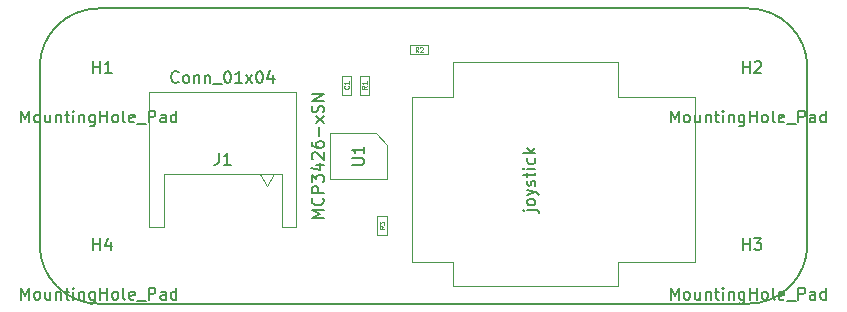
<source format=gbr>
%TF.GenerationSoftware,KiCad,Pcbnew,(5.1.6)-1*%
%TF.CreationDate,2021-04-13T16:40:33+02:00*%
%TF.ProjectId,11_Joystick,31315f4a-6f79-4737-9469-636b2e6b6963,rev?*%
%TF.SameCoordinates,Original*%
%TF.FileFunction,Other,Fab,Top*%
%FSLAX46Y46*%
G04 Gerber Fmt 4.6, Leading zero omitted, Abs format (unit mm)*
G04 Created by KiCad (PCBNEW (5.1.6)-1) date 2021-04-13 16:40:33*
%MOMM*%
%LPD*%
G01*
G04 APERTURE LIST*
%TA.AperFunction,Profile*%
%ADD10C,0.150000*%
%TD*%
%ADD11C,0.120000*%
%ADD12C,0.100000*%
%ADD13C,0.150000*%
%ADD14C,0.060000*%
G04 APERTURE END LIST*
D10*
X140000000Y-130000000D02*
X195000000Y-130000000D01*
X195000000Y-130000000D02*
G75*
G02*
X200000000Y-135000000I0J-5000000D01*
G01*
X200000000Y-150000000D02*
G75*
G02*
X195000000Y-155000000I-5000000J0D01*
G01*
X140000000Y-155000000D02*
G75*
G02*
X135000000Y-150000000I0J5000000D01*
G01*
X135000000Y-135000000D02*
G75*
G02*
X140000000Y-130000000I5000000J0D01*
G01*
X135000000Y-150000000D02*
X135000000Y-135000000D01*
X195000000Y-155000000D02*
X140000000Y-155000000D01*
X200000000Y-135000000D02*
X200000000Y-150000000D01*
D11*
%TO.C,U2*%
X170000000Y-151500000D02*
X166500000Y-151500000D01*
X170000000Y-153500000D02*
X170000000Y-151500000D01*
X184000000Y-153500000D02*
X170000000Y-153500000D01*
X184000000Y-151500000D02*
X184000000Y-153500000D01*
X190500000Y-151500000D02*
X184000000Y-151500000D01*
X190500000Y-137500000D02*
X190500000Y-151500000D01*
X184000000Y-137500000D02*
X190500000Y-137500000D01*
X184000000Y-134500000D02*
X184000000Y-137500000D01*
X170000000Y-134500000D02*
X184000000Y-134500000D01*
X170000000Y-137500000D02*
X170000000Y-134500000D01*
X166500000Y-137500000D02*
X170000000Y-137500000D01*
X166500000Y-151500000D02*
X166500000Y-137500000D01*
D12*
%TO.C,C1*%
X161400000Y-135700000D02*
X161400000Y-137300000D01*
X160600000Y-135700000D02*
X161400000Y-135700000D01*
X160600000Y-137300000D02*
X160600000Y-135700000D01*
X161400000Y-137300000D02*
X160600000Y-137300000D01*
%TO.C,J1*%
X154250000Y-145050000D02*
X153625000Y-144050000D01*
X154875000Y-144050000D02*
X154250000Y-145050000D01*
X145500000Y-144050000D02*
X150500000Y-144050000D01*
X145500000Y-148550000D02*
X145500000Y-144050000D01*
X144300000Y-148550000D02*
X145500000Y-148550000D01*
X144300000Y-137050000D02*
X144300000Y-148550000D01*
X150500000Y-137050000D02*
X144300000Y-137050000D01*
X155500000Y-144050000D02*
X150500000Y-144050000D01*
X155500000Y-148550000D02*
X155500000Y-144050000D01*
X156700000Y-148550000D02*
X155500000Y-148550000D01*
X156700000Y-137050000D02*
X156700000Y-148550000D01*
X150500000Y-137050000D02*
X156700000Y-137050000D01*
%TO.C,R1*%
X162100000Y-137300000D02*
X162100000Y-135700000D01*
X162900000Y-137300000D02*
X162100000Y-137300000D01*
X162900000Y-135700000D02*
X162900000Y-137300000D01*
X162100000Y-135700000D02*
X162900000Y-135700000D01*
%TO.C,R2*%
X167925000Y-133900000D02*
X166325000Y-133900000D01*
X167925000Y-133100000D02*
X167925000Y-133900000D01*
X166325000Y-133100000D02*
X167925000Y-133100000D01*
X166325000Y-133900000D02*
X166325000Y-133100000D01*
%TO.C,R3*%
X164400000Y-149175000D02*
X163600000Y-149175000D01*
X163600000Y-149175000D02*
X163600000Y-147575000D01*
X163600000Y-147575000D02*
X164400000Y-147575000D01*
X164400000Y-147575000D02*
X164400000Y-149175000D01*
%TO.C,U1*%
X163475000Y-140550000D02*
X164450000Y-141525000D01*
X159550000Y-140550000D02*
X163475000Y-140550000D01*
X159550000Y-144450000D02*
X159550000Y-140550000D01*
X164450000Y-144450000D02*
X159550000Y-144450000D01*
X164450000Y-141525000D02*
X164450000Y-144450000D01*
%TD*%
%TO.C,U2*%
D13*
X176285714Y-147095238D02*
X177142857Y-147095238D01*
X177238095Y-147142857D01*
X177285714Y-147238095D01*
X177285714Y-147285714D01*
X175952380Y-147095238D02*
X176000000Y-147142857D01*
X176047619Y-147095238D01*
X176000000Y-147047619D01*
X175952380Y-147095238D01*
X176047619Y-147095238D01*
X176952380Y-146476190D02*
X176904761Y-146571428D01*
X176857142Y-146619047D01*
X176761904Y-146666666D01*
X176476190Y-146666666D01*
X176380952Y-146619047D01*
X176333333Y-146571428D01*
X176285714Y-146476190D01*
X176285714Y-146333333D01*
X176333333Y-146238095D01*
X176380952Y-146190476D01*
X176476190Y-146142857D01*
X176761904Y-146142857D01*
X176857142Y-146190476D01*
X176904761Y-146238095D01*
X176952380Y-146333333D01*
X176952380Y-146476190D01*
X176285714Y-145809523D02*
X176952380Y-145571428D01*
X176285714Y-145333333D02*
X176952380Y-145571428D01*
X177190476Y-145666666D01*
X177238095Y-145714285D01*
X177285714Y-145809523D01*
X176904761Y-145000000D02*
X176952380Y-144904761D01*
X176952380Y-144714285D01*
X176904761Y-144619047D01*
X176809523Y-144571428D01*
X176761904Y-144571428D01*
X176666666Y-144619047D01*
X176619047Y-144714285D01*
X176619047Y-144857142D01*
X176571428Y-144952380D01*
X176476190Y-145000000D01*
X176428571Y-145000000D01*
X176333333Y-144952380D01*
X176285714Y-144857142D01*
X176285714Y-144714285D01*
X176333333Y-144619047D01*
X176285714Y-144285714D02*
X176285714Y-143904761D01*
X175952380Y-144142857D02*
X176809523Y-144142857D01*
X176904761Y-144095238D01*
X176952380Y-144000000D01*
X176952380Y-143904761D01*
X176952380Y-143571428D02*
X176285714Y-143571428D01*
X175952380Y-143571428D02*
X176000000Y-143619047D01*
X176047619Y-143571428D01*
X176000000Y-143523809D01*
X175952380Y-143571428D01*
X176047619Y-143571428D01*
X176904761Y-142666666D02*
X176952380Y-142761904D01*
X176952380Y-142952380D01*
X176904761Y-143047619D01*
X176857142Y-143095238D01*
X176761904Y-143142857D01*
X176476190Y-143142857D01*
X176380952Y-143095238D01*
X176333333Y-143047619D01*
X176285714Y-142952380D01*
X176285714Y-142761904D01*
X176333333Y-142666666D01*
X176952380Y-142238095D02*
X175952380Y-142238095D01*
X176571428Y-142142857D02*
X176952380Y-141857142D01*
X176285714Y-141857142D02*
X176666666Y-142238095D01*
%TO.C,H3*%
X188428571Y-154652380D02*
X188428571Y-153652380D01*
X188761904Y-154366666D01*
X189095238Y-153652380D01*
X189095238Y-154652380D01*
X189714285Y-154652380D02*
X189619047Y-154604761D01*
X189571428Y-154557142D01*
X189523809Y-154461904D01*
X189523809Y-154176190D01*
X189571428Y-154080952D01*
X189619047Y-154033333D01*
X189714285Y-153985714D01*
X189857142Y-153985714D01*
X189952380Y-154033333D01*
X190000000Y-154080952D01*
X190047619Y-154176190D01*
X190047619Y-154461904D01*
X190000000Y-154557142D01*
X189952380Y-154604761D01*
X189857142Y-154652380D01*
X189714285Y-154652380D01*
X190904761Y-153985714D02*
X190904761Y-154652380D01*
X190476190Y-153985714D02*
X190476190Y-154509523D01*
X190523809Y-154604761D01*
X190619047Y-154652380D01*
X190761904Y-154652380D01*
X190857142Y-154604761D01*
X190904761Y-154557142D01*
X191380952Y-153985714D02*
X191380952Y-154652380D01*
X191380952Y-154080952D02*
X191428571Y-154033333D01*
X191523809Y-153985714D01*
X191666666Y-153985714D01*
X191761904Y-154033333D01*
X191809523Y-154128571D01*
X191809523Y-154652380D01*
X192142857Y-153985714D02*
X192523809Y-153985714D01*
X192285714Y-153652380D02*
X192285714Y-154509523D01*
X192333333Y-154604761D01*
X192428571Y-154652380D01*
X192523809Y-154652380D01*
X192857142Y-154652380D02*
X192857142Y-153985714D01*
X192857142Y-153652380D02*
X192809523Y-153700000D01*
X192857142Y-153747619D01*
X192904761Y-153700000D01*
X192857142Y-153652380D01*
X192857142Y-153747619D01*
X193333333Y-153985714D02*
X193333333Y-154652380D01*
X193333333Y-154080952D02*
X193380952Y-154033333D01*
X193476190Y-153985714D01*
X193619047Y-153985714D01*
X193714285Y-154033333D01*
X193761904Y-154128571D01*
X193761904Y-154652380D01*
X194666666Y-153985714D02*
X194666666Y-154795238D01*
X194619047Y-154890476D01*
X194571428Y-154938095D01*
X194476190Y-154985714D01*
X194333333Y-154985714D01*
X194238095Y-154938095D01*
X194666666Y-154604761D02*
X194571428Y-154652380D01*
X194380952Y-154652380D01*
X194285714Y-154604761D01*
X194238095Y-154557142D01*
X194190476Y-154461904D01*
X194190476Y-154176190D01*
X194238095Y-154080952D01*
X194285714Y-154033333D01*
X194380952Y-153985714D01*
X194571428Y-153985714D01*
X194666666Y-154033333D01*
X195142857Y-154652380D02*
X195142857Y-153652380D01*
X195142857Y-154128571D02*
X195714285Y-154128571D01*
X195714285Y-154652380D02*
X195714285Y-153652380D01*
X196333333Y-154652380D02*
X196238095Y-154604761D01*
X196190476Y-154557142D01*
X196142857Y-154461904D01*
X196142857Y-154176190D01*
X196190476Y-154080952D01*
X196238095Y-154033333D01*
X196333333Y-153985714D01*
X196476190Y-153985714D01*
X196571428Y-154033333D01*
X196619047Y-154080952D01*
X196666666Y-154176190D01*
X196666666Y-154461904D01*
X196619047Y-154557142D01*
X196571428Y-154604761D01*
X196476190Y-154652380D01*
X196333333Y-154652380D01*
X197238095Y-154652380D02*
X197142857Y-154604761D01*
X197095238Y-154509523D01*
X197095238Y-153652380D01*
X198000000Y-154604761D02*
X197904761Y-154652380D01*
X197714285Y-154652380D01*
X197619047Y-154604761D01*
X197571428Y-154509523D01*
X197571428Y-154128571D01*
X197619047Y-154033333D01*
X197714285Y-153985714D01*
X197904761Y-153985714D01*
X198000000Y-154033333D01*
X198047619Y-154128571D01*
X198047619Y-154223809D01*
X197571428Y-154319047D01*
X198238095Y-154747619D02*
X199000000Y-154747619D01*
X199238095Y-154652380D02*
X199238095Y-153652380D01*
X199619047Y-153652380D01*
X199714285Y-153700000D01*
X199761904Y-153747619D01*
X199809523Y-153842857D01*
X199809523Y-153985714D01*
X199761904Y-154080952D01*
X199714285Y-154128571D01*
X199619047Y-154176190D01*
X199238095Y-154176190D01*
X200666666Y-154652380D02*
X200666666Y-154128571D01*
X200619047Y-154033333D01*
X200523809Y-153985714D01*
X200333333Y-153985714D01*
X200238095Y-154033333D01*
X200666666Y-154604761D02*
X200571428Y-154652380D01*
X200333333Y-154652380D01*
X200238095Y-154604761D01*
X200190476Y-154509523D01*
X200190476Y-154414285D01*
X200238095Y-154319047D01*
X200333333Y-154271428D01*
X200571428Y-154271428D01*
X200666666Y-154223809D01*
X201571428Y-154652380D02*
X201571428Y-153652380D01*
X201571428Y-154604761D02*
X201476190Y-154652380D01*
X201285714Y-154652380D01*
X201190476Y-154604761D01*
X201142857Y-154557142D01*
X201095238Y-154461904D01*
X201095238Y-154176190D01*
X201142857Y-154080952D01*
X201190476Y-154033333D01*
X201285714Y-153985714D01*
X201476190Y-153985714D01*
X201571428Y-154033333D01*
X194538095Y-150452380D02*
X194538095Y-149452380D01*
X194538095Y-149928571D02*
X195109523Y-149928571D01*
X195109523Y-150452380D02*
X195109523Y-149452380D01*
X195490476Y-149452380D02*
X196109523Y-149452380D01*
X195776190Y-149833333D01*
X195919047Y-149833333D01*
X196014285Y-149880952D01*
X196061904Y-149928571D01*
X196109523Y-150023809D01*
X196109523Y-150261904D01*
X196061904Y-150357142D01*
X196014285Y-150404761D01*
X195919047Y-150452380D01*
X195633333Y-150452380D01*
X195538095Y-150404761D01*
X195490476Y-150357142D01*
%TO.C,H1*%
X133428571Y-139652380D02*
X133428571Y-138652380D01*
X133761904Y-139366666D01*
X134095238Y-138652380D01*
X134095238Y-139652380D01*
X134714285Y-139652380D02*
X134619047Y-139604761D01*
X134571428Y-139557142D01*
X134523809Y-139461904D01*
X134523809Y-139176190D01*
X134571428Y-139080952D01*
X134619047Y-139033333D01*
X134714285Y-138985714D01*
X134857142Y-138985714D01*
X134952380Y-139033333D01*
X135000000Y-139080952D01*
X135047619Y-139176190D01*
X135047619Y-139461904D01*
X135000000Y-139557142D01*
X134952380Y-139604761D01*
X134857142Y-139652380D01*
X134714285Y-139652380D01*
X135904761Y-138985714D02*
X135904761Y-139652380D01*
X135476190Y-138985714D02*
X135476190Y-139509523D01*
X135523809Y-139604761D01*
X135619047Y-139652380D01*
X135761904Y-139652380D01*
X135857142Y-139604761D01*
X135904761Y-139557142D01*
X136380952Y-138985714D02*
X136380952Y-139652380D01*
X136380952Y-139080952D02*
X136428571Y-139033333D01*
X136523809Y-138985714D01*
X136666666Y-138985714D01*
X136761904Y-139033333D01*
X136809523Y-139128571D01*
X136809523Y-139652380D01*
X137142857Y-138985714D02*
X137523809Y-138985714D01*
X137285714Y-138652380D02*
X137285714Y-139509523D01*
X137333333Y-139604761D01*
X137428571Y-139652380D01*
X137523809Y-139652380D01*
X137857142Y-139652380D02*
X137857142Y-138985714D01*
X137857142Y-138652380D02*
X137809523Y-138700000D01*
X137857142Y-138747619D01*
X137904761Y-138700000D01*
X137857142Y-138652380D01*
X137857142Y-138747619D01*
X138333333Y-138985714D02*
X138333333Y-139652380D01*
X138333333Y-139080952D02*
X138380952Y-139033333D01*
X138476190Y-138985714D01*
X138619047Y-138985714D01*
X138714285Y-139033333D01*
X138761904Y-139128571D01*
X138761904Y-139652380D01*
X139666666Y-138985714D02*
X139666666Y-139795238D01*
X139619047Y-139890476D01*
X139571428Y-139938095D01*
X139476190Y-139985714D01*
X139333333Y-139985714D01*
X139238095Y-139938095D01*
X139666666Y-139604761D02*
X139571428Y-139652380D01*
X139380952Y-139652380D01*
X139285714Y-139604761D01*
X139238095Y-139557142D01*
X139190476Y-139461904D01*
X139190476Y-139176190D01*
X139238095Y-139080952D01*
X139285714Y-139033333D01*
X139380952Y-138985714D01*
X139571428Y-138985714D01*
X139666666Y-139033333D01*
X140142857Y-139652380D02*
X140142857Y-138652380D01*
X140142857Y-139128571D02*
X140714285Y-139128571D01*
X140714285Y-139652380D02*
X140714285Y-138652380D01*
X141333333Y-139652380D02*
X141238095Y-139604761D01*
X141190476Y-139557142D01*
X141142857Y-139461904D01*
X141142857Y-139176190D01*
X141190476Y-139080952D01*
X141238095Y-139033333D01*
X141333333Y-138985714D01*
X141476190Y-138985714D01*
X141571428Y-139033333D01*
X141619047Y-139080952D01*
X141666666Y-139176190D01*
X141666666Y-139461904D01*
X141619047Y-139557142D01*
X141571428Y-139604761D01*
X141476190Y-139652380D01*
X141333333Y-139652380D01*
X142238095Y-139652380D02*
X142142857Y-139604761D01*
X142095238Y-139509523D01*
X142095238Y-138652380D01*
X143000000Y-139604761D02*
X142904761Y-139652380D01*
X142714285Y-139652380D01*
X142619047Y-139604761D01*
X142571428Y-139509523D01*
X142571428Y-139128571D01*
X142619047Y-139033333D01*
X142714285Y-138985714D01*
X142904761Y-138985714D01*
X143000000Y-139033333D01*
X143047619Y-139128571D01*
X143047619Y-139223809D01*
X142571428Y-139319047D01*
X143238095Y-139747619D02*
X144000000Y-139747619D01*
X144238095Y-139652380D02*
X144238095Y-138652380D01*
X144619047Y-138652380D01*
X144714285Y-138700000D01*
X144761904Y-138747619D01*
X144809523Y-138842857D01*
X144809523Y-138985714D01*
X144761904Y-139080952D01*
X144714285Y-139128571D01*
X144619047Y-139176190D01*
X144238095Y-139176190D01*
X145666666Y-139652380D02*
X145666666Y-139128571D01*
X145619047Y-139033333D01*
X145523809Y-138985714D01*
X145333333Y-138985714D01*
X145238095Y-139033333D01*
X145666666Y-139604761D02*
X145571428Y-139652380D01*
X145333333Y-139652380D01*
X145238095Y-139604761D01*
X145190476Y-139509523D01*
X145190476Y-139414285D01*
X145238095Y-139319047D01*
X145333333Y-139271428D01*
X145571428Y-139271428D01*
X145666666Y-139223809D01*
X146571428Y-139652380D02*
X146571428Y-138652380D01*
X146571428Y-139604761D02*
X146476190Y-139652380D01*
X146285714Y-139652380D01*
X146190476Y-139604761D01*
X146142857Y-139557142D01*
X146095238Y-139461904D01*
X146095238Y-139176190D01*
X146142857Y-139080952D01*
X146190476Y-139033333D01*
X146285714Y-138985714D01*
X146476190Y-138985714D01*
X146571428Y-139033333D01*
X139538095Y-135452380D02*
X139538095Y-134452380D01*
X139538095Y-134928571D02*
X140109523Y-134928571D01*
X140109523Y-135452380D02*
X140109523Y-134452380D01*
X141109523Y-135452380D02*
X140538095Y-135452380D01*
X140823809Y-135452380D02*
X140823809Y-134452380D01*
X140728571Y-134595238D01*
X140633333Y-134690476D01*
X140538095Y-134738095D01*
%TO.C,H2*%
X188428571Y-139652380D02*
X188428571Y-138652380D01*
X188761904Y-139366666D01*
X189095238Y-138652380D01*
X189095238Y-139652380D01*
X189714285Y-139652380D02*
X189619047Y-139604761D01*
X189571428Y-139557142D01*
X189523809Y-139461904D01*
X189523809Y-139176190D01*
X189571428Y-139080952D01*
X189619047Y-139033333D01*
X189714285Y-138985714D01*
X189857142Y-138985714D01*
X189952380Y-139033333D01*
X190000000Y-139080952D01*
X190047619Y-139176190D01*
X190047619Y-139461904D01*
X190000000Y-139557142D01*
X189952380Y-139604761D01*
X189857142Y-139652380D01*
X189714285Y-139652380D01*
X190904761Y-138985714D02*
X190904761Y-139652380D01*
X190476190Y-138985714D02*
X190476190Y-139509523D01*
X190523809Y-139604761D01*
X190619047Y-139652380D01*
X190761904Y-139652380D01*
X190857142Y-139604761D01*
X190904761Y-139557142D01*
X191380952Y-138985714D02*
X191380952Y-139652380D01*
X191380952Y-139080952D02*
X191428571Y-139033333D01*
X191523809Y-138985714D01*
X191666666Y-138985714D01*
X191761904Y-139033333D01*
X191809523Y-139128571D01*
X191809523Y-139652380D01*
X192142857Y-138985714D02*
X192523809Y-138985714D01*
X192285714Y-138652380D02*
X192285714Y-139509523D01*
X192333333Y-139604761D01*
X192428571Y-139652380D01*
X192523809Y-139652380D01*
X192857142Y-139652380D02*
X192857142Y-138985714D01*
X192857142Y-138652380D02*
X192809523Y-138700000D01*
X192857142Y-138747619D01*
X192904761Y-138700000D01*
X192857142Y-138652380D01*
X192857142Y-138747619D01*
X193333333Y-138985714D02*
X193333333Y-139652380D01*
X193333333Y-139080952D02*
X193380952Y-139033333D01*
X193476190Y-138985714D01*
X193619047Y-138985714D01*
X193714285Y-139033333D01*
X193761904Y-139128571D01*
X193761904Y-139652380D01*
X194666666Y-138985714D02*
X194666666Y-139795238D01*
X194619047Y-139890476D01*
X194571428Y-139938095D01*
X194476190Y-139985714D01*
X194333333Y-139985714D01*
X194238095Y-139938095D01*
X194666666Y-139604761D02*
X194571428Y-139652380D01*
X194380952Y-139652380D01*
X194285714Y-139604761D01*
X194238095Y-139557142D01*
X194190476Y-139461904D01*
X194190476Y-139176190D01*
X194238095Y-139080952D01*
X194285714Y-139033333D01*
X194380952Y-138985714D01*
X194571428Y-138985714D01*
X194666666Y-139033333D01*
X195142857Y-139652380D02*
X195142857Y-138652380D01*
X195142857Y-139128571D02*
X195714285Y-139128571D01*
X195714285Y-139652380D02*
X195714285Y-138652380D01*
X196333333Y-139652380D02*
X196238095Y-139604761D01*
X196190476Y-139557142D01*
X196142857Y-139461904D01*
X196142857Y-139176190D01*
X196190476Y-139080952D01*
X196238095Y-139033333D01*
X196333333Y-138985714D01*
X196476190Y-138985714D01*
X196571428Y-139033333D01*
X196619047Y-139080952D01*
X196666666Y-139176190D01*
X196666666Y-139461904D01*
X196619047Y-139557142D01*
X196571428Y-139604761D01*
X196476190Y-139652380D01*
X196333333Y-139652380D01*
X197238095Y-139652380D02*
X197142857Y-139604761D01*
X197095238Y-139509523D01*
X197095238Y-138652380D01*
X198000000Y-139604761D02*
X197904761Y-139652380D01*
X197714285Y-139652380D01*
X197619047Y-139604761D01*
X197571428Y-139509523D01*
X197571428Y-139128571D01*
X197619047Y-139033333D01*
X197714285Y-138985714D01*
X197904761Y-138985714D01*
X198000000Y-139033333D01*
X198047619Y-139128571D01*
X198047619Y-139223809D01*
X197571428Y-139319047D01*
X198238095Y-139747619D02*
X199000000Y-139747619D01*
X199238095Y-139652380D02*
X199238095Y-138652380D01*
X199619047Y-138652380D01*
X199714285Y-138700000D01*
X199761904Y-138747619D01*
X199809523Y-138842857D01*
X199809523Y-138985714D01*
X199761904Y-139080952D01*
X199714285Y-139128571D01*
X199619047Y-139176190D01*
X199238095Y-139176190D01*
X200666666Y-139652380D02*
X200666666Y-139128571D01*
X200619047Y-139033333D01*
X200523809Y-138985714D01*
X200333333Y-138985714D01*
X200238095Y-139033333D01*
X200666666Y-139604761D02*
X200571428Y-139652380D01*
X200333333Y-139652380D01*
X200238095Y-139604761D01*
X200190476Y-139509523D01*
X200190476Y-139414285D01*
X200238095Y-139319047D01*
X200333333Y-139271428D01*
X200571428Y-139271428D01*
X200666666Y-139223809D01*
X201571428Y-139652380D02*
X201571428Y-138652380D01*
X201571428Y-139604761D02*
X201476190Y-139652380D01*
X201285714Y-139652380D01*
X201190476Y-139604761D01*
X201142857Y-139557142D01*
X201095238Y-139461904D01*
X201095238Y-139176190D01*
X201142857Y-139080952D01*
X201190476Y-139033333D01*
X201285714Y-138985714D01*
X201476190Y-138985714D01*
X201571428Y-139033333D01*
X194538095Y-135452380D02*
X194538095Y-134452380D01*
X194538095Y-134928571D02*
X195109523Y-134928571D01*
X195109523Y-135452380D02*
X195109523Y-134452380D01*
X195538095Y-134547619D02*
X195585714Y-134500000D01*
X195680952Y-134452380D01*
X195919047Y-134452380D01*
X196014285Y-134500000D01*
X196061904Y-134547619D01*
X196109523Y-134642857D01*
X196109523Y-134738095D01*
X196061904Y-134880952D01*
X195490476Y-135452380D01*
X196109523Y-135452380D01*
%TO.C,H4*%
X133428571Y-154652380D02*
X133428571Y-153652380D01*
X133761904Y-154366666D01*
X134095238Y-153652380D01*
X134095238Y-154652380D01*
X134714285Y-154652380D02*
X134619047Y-154604761D01*
X134571428Y-154557142D01*
X134523809Y-154461904D01*
X134523809Y-154176190D01*
X134571428Y-154080952D01*
X134619047Y-154033333D01*
X134714285Y-153985714D01*
X134857142Y-153985714D01*
X134952380Y-154033333D01*
X135000000Y-154080952D01*
X135047619Y-154176190D01*
X135047619Y-154461904D01*
X135000000Y-154557142D01*
X134952380Y-154604761D01*
X134857142Y-154652380D01*
X134714285Y-154652380D01*
X135904761Y-153985714D02*
X135904761Y-154652380D01*
X135476190Y-153985714D02*
X135476190Y-154509523D01*
X135523809Y-154604761D01*
X135619047Y-154652380D01*
X135761904Y-154652380D01*
X135857142Y-154604761D01*
X135904761Y-154557142D01*
X136380952Y-153985714D02*
X136380952Y-154652380D01*
X136380952Y-154080952D02*
X136428571Y-154033333D01*
X136523809Y-153985714D01*
X136666666Y-153985714D01*
X136761904Y-154033333D01*
X136809523Y-154128571D01*
X136809523Y-154652380D01*
X137142857Y-153985714D02*
X137523809Y-153985714D01*
X137285714Y-153652380D02*
X137285714Y-154509523D01*
X137333333Y-154604761D01*
X137428571Y-154652380D01*
X137523809Y-154652380D01*
X137857142Y-154652380D02*
X137857142Y-153985714D01*
X137857142Y-153652380D02*
X137809523Y-153700000D01*
X137857142Y-153747619D01*
X137904761Y-153700000D01*
X137857142Y-153652380D01*
X137857142Y-153747619D01*
X138333333Y-153985714D02*
X138333333Y-154652380D01*
X138333333Y-154080952D02*
X138380952Y-154033333D01*
X138476190Y-153985714D01*
X138619047Y-153985714D01*
X138714285Y-154033333D01*
X138761904Y-154128571D01*
X138761904Y-154652380D01*
X139666666Y-153985714D02*
X139666666Y-154795238D01*
X139619047Y-154890476D01*
X139571428Y-154938095D01*
X139476190Y-154985714D01*
X139333333Y-154985714D01*
X139238095Y-154938095D01*
X139666666Y-154604761D02*
X139571428Y-154652380D01*
X139380952Y-154652380D01*
X139285714Y-154604761D01*
X139238095Y-154557142D01*
X139190476Y-154461904D01*
X139190476Y-154176190D01*
X139238095Y-154080952D01*
X139285714Y-154033333D01*
X139380952Y-153985714D01*
X139571428Y-153985714D01*
X139666666Y-154033333D01*
X140142857Y-154652380D02*
X140142857Y-153652380D01*
X140142857Y-154128571D02*
X140714285Y-154128571D01*
X140714285Y-154652380D02*
X140714285Y-153652380D01*
X141333333Y-154652380D02*
X141238095Y-154604761D01*
X141190476Y-154557142D01*
X141142857Y-154461904D01*
X141142857Y-154176190D01*
X141190476Y-154080952D01*
X141238095Y-154033333D01*
X141333333Y-153985714D01*
X141476190Y-153985714D01*
X141571428Y-154033333D01*
X141619047Y-154080952D01*
X141666666Y-154176190D01*
X141666666Y-154461904D01*
X141619047Y-154557142D01*
X141571428Y-154604761D01*
X141476190Y-154652380D01*
X141333333Y-154652380D01*
X142238095Y-154652380D02*
X142142857Y-154604761D01*
X142095238Y-154509523D01*
X142095238Y-153652380D01*
X143000000Y-154604761D02*
X142904761Y-154652380D01*
X142714285Y-154652380D01*
X142619047Y-154604761D01*
X142571428Y-154509523D01*
X142571428Y-154128571D01*
X142619047Y-154033333D01*
X142714285Y-153985714D01*
X142904761Y-153985714D01*
X143000000Y-154033333D01*
X143047619Y-154128571D01*
X143047619Y-154223809D01*
X142571428Y-154319047D01*
X143238095Y-154747619D02*
X144000000Y-154747619D01*
X144238095Y-154652380D02*
X144238095Y-153652380D01*
X144619047Y-153652380D01*
X144714285Y-153700000D01*
X144761904Y-153747619D01*
X144809523Y-153842857D01*
X144809523Y-153985714D01*
X144761904Y-154080952D01*
X144714285Y-154128571D01*
X144619047Y-154176190D01*
X144238095Y-154176190D01*
X145666666Y-154652380D02*
X145666666Y-154128571D01*
X145619047Y-154033333D01*
X145523809Y-153985714D01*
X145333333Y-153985714D01*
X145238095Y-154033333D01*
X145666666Y-154604761D02*
X145571428Y-154652380D01*
X145333333Y-154652380D01*
X145238095Y-154604761D01*
X145190476Y-154509523D01*
X145190476Y-154414285D01*
X145238095Y-154319047D01*
X145333333Y-154271428D01*
X145571428Y-154271428D01*
X145666666Y-154223809D01*
X146571428Y-154652380D02*
X146571428Y-153652380D01*
X146571428Y-154604761D02*
X146476190Y-154652380D01*
X146285714Y-154652380D01*
X146190476Y-154604761D01*
X146142857Y-154557142D01*
X146095238Y-154461904D01*
X146095238Y-154176190D01*
X146142857Y-154080952D01*
X146190476Y-154033333D01*
X146285714Y-153985714D01*
X146476190Y-153985714D01*
X146571428Y-154033333D01*
X139538095Y-150452380D02*
X139538095Y-149452380D01*
X139538095Y-149928571D02*
X140109523Y-149928571D01*
X140109523Y-150452380D02*
X140109523Y-149452380D01*
X141014285Y-149785714D02*
X141014285Y-150452380D01*
X140776190Y-149404761D02*
X140538095Y-150119047D01*
X141157142Y-150119047D01*
%TO.C,C1*%
D14*
X161142857Y-136566666D02*
X161161904Y-136585714D01*
X161180952Y-136642857D01*
X161180952Y-136680952D01*
X161161904Y-136738095D01*
X161123809Y-136776190D01*
X161085714Y-136795238D01*
X161009523Y-136814285D01*
X160952380Y-136814285D01*
X160876190Y-136795238D01*
X160838095Y-136776190D01*
X160800000Y-136738095D01*
X160780952Y-136680952D01*
X160780952Y-136642857D01*
X160800000Y-136585714D01*
X160819047Y-136566666D01*
X161180952Y-136185714D02*
X161180952Y-136414285D01*
X161180952Y-136300000D02*
X160780952Y-136300000D01*
X160838095Y-136338095D01*
X160876190Y-136376190D01*
X160895238Y-136414285D01*
%TO.C,J1*%
D13*
X146761904Y-136207142D02*
X146714285Y-136254761D01*
X146571428Y-136302380D01*
X146476190Y-136302380D01*
X146333333Y-136254761D01*
X146238095Y-136159523D01*
X146190476Y-136064285D01*
X146142857Y-135873809D01*
X146142857Y-135730952D01*
X146190476Y-135540476D01*
X146238095Y-135445238D01*
X146333333Y-135350000D01*
X146476190Y-135302380D01*
X146571428Y-135302380D01*
X146714285Y-135350000D01*
X146761904Y-135397619D01*
X147333333Y-136302380D02*
X147238095Y-136254761D01*
X147190476Y-136207142D01*
X147142857Y-136111904D01*
X147142857Y-135826190D01*
X147190476Y-135730952D01*
X147238095Y-135683333D01*
X147333333Y-135635714D01*
X147476190Y-135635714D01*
X147571428Y-135683333D01*
X147619047Y-135730952D01*
X147666666Y-135826190D01*
X147666666Y-136111904D01*
X147619047Y-136207142D01*
X147571428Y-136254761D01*
X147476190Y-136302380D01*
X147333333Y-136302380D01*
X148095238Y-135635714D02*
X148095238Y-136302380D01*
X148095238Y-135730952D02*
X148142857Y-135683333D01*
X148238095Y-135635714D01*
X148380952Y-135635714D01*
X148476190Y-135683333D01*
X148523809Y-135778571D01*
X148523809Y-136302380D01*
X149000000Y-135635714D02*
X149000000Y-136302380D01*
X149000000Y-135730952D02*
X149047619Y-135683333D01*
X149142857Y-135635714D01*
X149285714Y-135635714D01*
X149380952Y-135683333D01*
X149428571Y-135778571D01*
X149428571Y-136302380D01*
X149666666Y-136397619D02*
X150428571Y-136397619D01*
X150857142Y-135302380D02*
X150952380Y-135302380D01*
X151047619Y-135350000D01*
X151095238Y-135397619D01*
X151142857Y-135492857D01*
X151190476Y-135683333D01*
X151190476Y-135921428D01*
X151142857Y-136111904D01*
X151095238Y-136207142D01*
X151047619Y-136254761D01*
X150952380Y-136302380D01*
X150857142Y-136302380D01*
X150761904Y-136254761D01*
X150714285Y-136207142D01*
X150666666Y-136111904D01*
X150619047Y-135921428D01*
X150619047Y-135683333D01*
X150666666Y-135492857D01*
X150714285Y-135397619D01*
X150761904Y-135350000D01*
X150857142Y-135302380D01*
X152142857Y-136302380D02*
X151571428Y-136302380D01*
X151857142Y-136302380D02*
X151857142Y-135302380D01*
X151761904Y-135445238D01*
X151666666Y-135540476D01*
X151571428Y-135588095D01*
X152476190Y-136302380D02*
X153000000Y-135635714D01*
X152476190Y-135635714D02*
X153000000Y-136302380D01*
X153571428Y-135302380D02*
X153666666Y-135302380D01*
X153761904Y-135350000D01*
X153809523Y-135397619D01*
X153857142Y-135492857D01*
X153904761Y-135683333D01*
X153904761Y-135921428D01*
X153857142Y-136111904D01*
X153809523Y-136207142D01*
X153761904Y-136254761D01*
X153666666Y-136302380D01*
X153571428Y-136302380D01*
X153476190Y-136254761D01*
X153428571Y-136207142D01*
X153380952Y-136111904D01*
X153333333Y-135921428D01*
X153333333Y-135683333D01*
X153380952Y-135492857D01*
X153428571Y-135397619D01*
X153476190Y-135350000D01*
X153571428Y-135302380D01*
X154761904Y-135635714D02*
X154761904Y-136302380D01*
X154523809Y-135254761D02*
X154285714Y-135969047D01*
X154904761Y-135969047D01*
X150166666Y-142252380D02*
X150166666Y-142966666D01*
X150119047Y-143109523D01*
X150023809Y-143204761D01*
X149880952Y-143252380D01*
X149785714Y-143252380D01*
X151166666Y-143252380D02*
X150595238Y-143252380D01*
X150880952Y-143252380D02*
X150880952Y-142252380D01*
X150785714Y-142395238D01*
X150690476Y-142490476D01*
X150595238Y-142538095D01*
%TO.C,R1*%
D14*
X162680952Y-136566666D02*
X162490476Y-136700000D01*
X162680952Y-136795238D02*
X162280952Y-136795238D01*
X162280952Y-136642857D01*
X162300000Y-136604761D01*
X162319047Y-136585714D01*
X162357142Y-136566666D01*
X162414285Y-136566666D01*
X162452380Y-136585714D01*
X162471428Y-136604761D01*
X162490476Y-136642857D01*
X162490476Y-136795238D01*
X162680952Y-136185714D02*
X162680952Y-136414285D01*
X162680952Y-136300000D02*
X162280952Y-136300000D01*
X162338095Y-136338095D01*
X162376190Y-136376190D01*
X162395238Y-136414285D01*
%TO.C,R2*%
X167058333Y-133680952D02*
X166925000Y-133490476D01*
X166829761Y-133680952D02*
X166829761Y-133280952D01*
X166982142Y-133280952D01*
X167020238Y-133300000D01*
X167039285Y-133319047D01*
X167058333Y-133357142D01*
X167058333Y-133414285D01*
X167039285Y-133452380D01*
X167020238Y-133471428D01*
X166982142Y-133490476D01*
X166829761Y-133490476D01*
X167210714Y-133319047D02*
X167229761Y-133300000D01*
X167267857Y-133280952D01*
X167363095Y-133280952D01*
X167401190Y-133300000D01*
X167420238Y-133319047D01*
X167439285Y-133357142D01*
X167439285Y-133395238D01*
X167420238Y-133452380D01*
X167191666Y-133680952D01*
X167439285Y-133680952D01*
%TO.C,R3*%
X164180952Y-148441666D02*
X163990476Y-148575000D01*
X164180952Y-148670238D02*
X163780952Y-148670238D01*
X163780952Y-148517857D01*
X163800000Y-148479761D01*
X163819047Y-148460714D01*
X163857142Y-148441666D01*
X163914285Y-148441666D01*
X163952380Y-148460714D01*
X163971428Y-148479761D01*
X163990476Y-148517857D01*
X163990476Y-148670238D01*
X163780952Y-148308333D02*
X163780952Y-148060714D01*
X163933333Y-148194047D01*
X163933333Y-148136904D01*
X163952380Y-148098809D01*
X163971428Y-148079761D01*
X164009523Y-148060714D01*
X164104761Y-148060714D01*
X164142857Y-148079761D01*
X164161904Y-148098809D01*
X164180952Y-148136904D01*
X164180952Y-148251190D01*
X164161904Y-148289285D01*
X164142857Y-148308333D01*
%TO.C,U1*%
D13*
X159052380Y-147761904D02*
X158052380Y-147761904D01*
X158766666Y-147428571D01*
X158052380Y-147095238D01*
X159052380Y-147095238D01*
X158957142Y-146047619D02*
X159004761Y-146095238D01*
X159052380Y-146238095D01*
X159052380Y-146333333D01*
X159004761Y-146476190D01*
X158909523Y-146571428D01*
X158814285Y-146619047D01*
X158623809Y-146666666D01*
X158480952Y-146666666D01*
X158290476Y-146619047D01*
X158195238Y-146571428D01*
X158100000Y-146476190D01*
X158052380Y-146333333D01*
X158052380Y-146238095D01*
X158100000Y-146095238D01*
X158147619Y-146047619D01*
X159052380Y-145619047D02*
X158052380Y-145619047D01*
X158052380Y-145238095D01*
X158100000Y-145142857D01*
X158147619Y-145095238D01*
X158242857Y-145047619D01*
X158385714Y-145047619D01*
X158480952Y-145095238D01*
X158528571Y-145142857D01*
X158576190Y-145238095D01*
X158576190Y-145619047D01*
X158052380Y-144714285D02*
X158052380Y-144095238D01*
X158433333Y-144428571D01*
X158433333Y-144285714D01*
X158480952Y-144190476D01*
X158528571Y-144142857D01*
X158623809Y-144095238D01*
X158861904Y-144095238D01*
X158957142Y-144142857D01*
X159004761Y-144190476D01*
X159052380Y-144285714D01*
X159052380Y-144571428D01*
X159004761Y-144666666D01*
X158957142Y-144714285D01*
X158385714Y-143238095D02*
X159052380Y-143238095D01*
X158004761Y-143476190D02*
X158719047Y-143714285D01*
X158719047Y-143095238D01*
X158147619Y-142761904D02*
X158100000Y-142714285D01*
X158052380Y-142619047D01*
X158052380Y-142380952D01*
X158100000Y-142285714D01*
X158147619Y-142238095D01*
X158242857Y-142190476D01*
X158338095Y-142190476D01*
X158480952Y-142238095D01*
X159052380Y-142809523D01*
X159052380Y-142190476D01*
X158052380Y-141333333D02*
X158052380Y-141523809D01*
X158100000Y-141619047D01*
X158147619Y-141666666D01*
X158290476Y-141761904D01*
X158480952Y-141809523D01*
X158861904Y-141809523D01*
X158957142Y-141761904D01*
X159004761Y-141714285D01*
X159052380Y-141619047D01*
X159052380Y-141428571D01*
X159004761Y-141333333D01*
X158957142Y-141285714D01*
X158861904Y-141238095D01*
X158623809Y-141238095D01*
X158528571Y-141285714D01*
X158480952Y-141333333D01*
X158433333Y-141428571D01*
X158433333Y-141619047D01*
X158480952Y-141714285D01*
X158528571Y-141761904D01*
X158623809Y-141809523D01*
X158671428Y-140809523D02*
X158671428Y-140047619D01*
X159052380Y-139666666D02*
X158385714Y-139142857D01*
X158385714Y-139666666D02*
X159052380Y-139142857D01*
X159004761Y-138809523D02*
X159052380Y-138666666D01*
X159052380Y-138428571D01*
X159004761Y-138333333D01*
X158957142Y-138285714D01*
X158861904Y-138238095D01*
X158766666Y-138238095D01*
X158671428Y-138285714D01*
X158623809Y-138333333D01*
X158576190Y-138428571D01*
X158528571Y-138619047D01*
X158480952Y-138714285D01*
X158433333Y-138761904D01*
X158338095Y-138809523D01*
X158242857Y-138809523D01*
X158147619Y-138761904D01*
X158100000Y-138714285D01*
X158052380Y-138619047D01*
X158052380Y-138380952D01*
X158100000Y-138238095D01*
X159052380Y-137809523D02*
X158052380Y-137809523D01*
X159052380Y-137238095D01*
X158052380Y-137238095D01*
X161463333Y-143246666D02*
X162256666Y-143246666D01*
X162350000Y-143200000D01*
X162396666Y-143153333D01*
X162443333Y-143060000D01*
X162443333Y-142873333D01*
X162396666Y-142780000D01*
X162350000Y-142733333D01*
X162256666Y-142686666D01*
X161463333Y-142686666D01*
X162443333Y-141706666D02*
X162443333Y-142266666D01*
X162443333Y-141986666D02*
X161463333Y-141986666D01*
X161603333Y-142080000D01*
X161696666Y-142173333D01*
X161743333Y-142266666D01*
%TD*%
M02*

</source>
